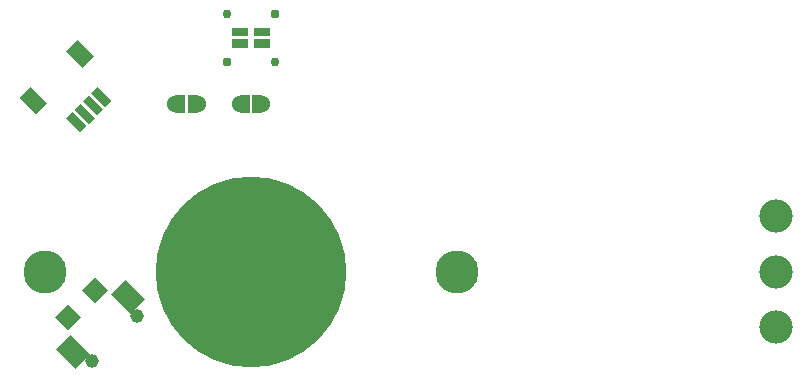
<source format=gbr>
G04 start of page 7 for group -4063 idx -4063 *
G04 Title: (unknown), componentmask *
G04 Creator: pcb 4.0.2 *
G04 CreationDate: Mon Feb 22 17:58:46 2021 UTC *
G04 For: ndholmes *
G04 Format: Gerber/RS-274X *
G04 PCB-Dimensions (mil): 4500.00 2500.00 *
G04 PCB-Coordinate-Origin: lower left *
%MOIN*%
%FSLAX25Y25*%
%LNTOPMASK*%
%ADD49C,0.0600*%
%ADD48C,0.0001*%
%ADD47C,0.6360*%
%ADD46C,0.0300*%
%ADD45C,0.0310*%
%ADD44C,0.1438*%
%ADD43C,0.1110*%
%ADD42C,0.0454*%
G54D42*X72081Y95254D03*
X87003Y110175D03*
G54D43*X300000Y143500D03*
Y125000D03*
Y106500D03*
G54D44*X56250Y125000D03*
G54D45*X117000Y195000D03*
G54D46*Y211000D03*
G54D44*X193750Y125000D03*
G54D47*X125000D03*
G54D45*X133000Y211000D03*
G54D46*Y195000D03*
G54D48*G36*
X68277Y109955D02*X63955Y114277D01*
X59628Y109950D01*
X63950Y105628D01*
X68277Y109955D01*
G37*
G36*
X77324Y119003D02*X73003Y123324D01*
X68676Y118997D01*
X72997Y114676D01*
X77324Y119003D01*
G37*
G36*
X64787Y103974D02*X59909Y99095D01*
X66458Y92546D01*
X71336Y97425D01*
X64787Y103974D01*
G37*
G36*
X83161Y122347D02*X78283Y117469D01*
X84831Y110920D01*
X89710Y115798D01*
X83161Y122347D01*
G37*
G36*
X73854Y186592D02*X71759Y184498D01*
X76498Y179759D01*
X78592Y181854D01*
X73854Y186592D01*
G37*
G36*
X71070Y183809D02*X68975Y181714D01*
X73714Y176975D01*
X75809Y179070D01*
X71070Y183809D01*
G37*
G36*
X68286Y181025D02*X66191Y178930D01*
X70930Y174191D01*
X73025Y176286D01*
X68286Y181025D01*
G37*
G36*
X65502Y178241D02*X63408Y176146D01*
X68146Y171408D01*
X70241Y173502D01*
X65502Y178241D01*
G37*
G36*
X67172Y202182D02*X63407Y198418D01*
X68843Y192983D01*
X72607Y196747D01*
X67172Y202182D01*
G37*
G36*
X51582Y186593D02*X47818Y182828D01*
X53253Y177393D01*
X57017Y181157D01*
X51582Y186593D01*
G37*
G54D49*X121600Y181000D03*
G54D48*G36*
X124600Y184000D02*X121600D01*
Y178000D01*
X124600D01*
Y184000D01*
G37*
G54D49*X128400Y181000D03*
G54D48*G36*
Y184000D02*X125400D01*
Y178000D01*
X128400D01*
Y184000D01*
G37*
G54D49*X100100Y181000D03*
G54D48*G36*
X103100Y184000D02*X100100D01*
Y178000D01*
X103100D01*
Y184000D01*
G37*
G54D49*X106900Y181000D03*
G54D48*G36*
Y184000D02*X103900D01*
Y178000D01*
X106900D01*
Y184000D01*
G37*
G36*
X118794Y202611D02*Y199649D01*
X124119D01*
Y202611D01*
X118794D01*
G37*
G36*
X125881D02*Y199649D01*
X131206D01*
Y202611D01*
X125881D01*
G37*
G36*
Y206351D02*Y203389D01*
X131206D01*
Y206351D01*
X125881D01*
G37*
G36*
X118794D02*Y203389D01*
X124119D01*
Y206351D01*
X118794D01*
G37*
M02*

</source>
